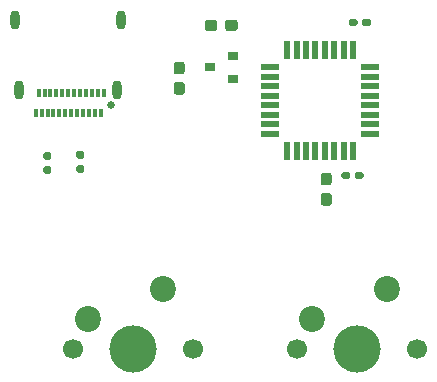
<source format=gbr>
%TF.GenerationSoftware,KiCad,Pcbnew,(5.1.10)-1*%
%TF.CreationDate,2021-07-17T22:11:59-07:00*%
%TF.ProjectId,twokey,74776f6b-6579-42e6-9b69-6361645f7063,rev?*%
%TF.SameCoordinates,Original*%
%TF.FileFunction,Soldermask,Top*%
%TF.FilePolarity,Negative*%
%FSLAX46Y46*%
G04 Gerber Fmt 4.6, Leading zero omitted, Abs format (unit mm)*
G04 Created by KiCad (PCBNEW (5.1.10)-1) date 2021-07-17 22:11:59*
%MOMM*%
%LPD*%
G01*
G04 APERTURE LIST*
%ADD10C,2.200000*%
%ADD11C,4.000000*%
%ADD12C,1.700000*%
%ADD13R,1.600000X0.550000*%
%ADD14R,0.550000X1.600000*%
%ADD15R,0.300000X0.700000*%
%ADD16C,0.650000*%
%ADD17O,0.800000X1.600000*%
%ADD18R,0.900000X0.800000*%
G04 APERTURE END LIST*
D10*
%TO.C,SW1*%
X134500000Y-112000000D03*
X128150000Y-114540000D03*
D11*
X131960000Y-117080000D03*
D12*
X126880000Y-117080000D03*
X137040000Y-117080000D03*
%TD*%
D13*
%TO.C,U1*%
X152078000Y-98812000D03*
X152078000Y-98012000D03*
X152078000Y-97212000D03*
X152078000Y-96412000D03*
X152078000Y-95612000D03*
X152078000Y-94812000D03*
X152078000Y-94012000D03*
X152078000Y-93212000D03*
D14*
X150628000Y-91762000D03*
X149828000Y-91762000D03*
X149028000Y-91762000D03*
X148228000Y-91762000D03*
X147428000Y-91762000D03*
X146628000Y-91762000D03*
X145828000Y-91762000D03*
X145028000Y-91762000D03*
D13*
X143578000Y-93212000D03*
X143578000Y-94012000D03*
X143578000Y-94812000D03*
X143578000Y-95612000D03*
X143578000Y-96412000D03*
X143578000Y-97212000D03*
X143578000Y-98012000D03*
X143578000Y-98812000D03*
D14*
X145028000Y-100262000D03*
X145828000Y-100262000D03*
X146628000Y-100262000D03*
X147428000Y-100262000D03*
X148228000Y-100262000D03*
X149028000Y-100262000D03*
X149828000Y-100262000D03*
X150628000Y-100262000D03*
%TD*%
%TO.C,C1*%
G36*
G01*
X148098500Y-102131500D02*
X148573500Y-102131500D01*
G75*
G02*
X148811000Y-102369000I0J-237500D01*
G01*
X148811000Y-102969000D01*
G75*
G02*
X148573500Y-103206500I-237500J0D01*
G01*
X148098500Y-103206500D01*
G75*
G02*
X147861000Y-102969000I0J237500D01*
G01*
X147861000Y-102369000D01*
G75*
G02*
X148098500Y-102131500I237500J0D01*
G01*
G37*
G36*
G01*
X148098500Y-103856500D02*
X148573500Y-103856500D01*
G75*
G02*
X148811000Y-104094000I0J-237500D01*
G01*
X148811000Y-104694000D01*
G75*
G02*
X148573500Y-104931500I-237500J0D01*
G01*
X148098500Y-104931500D01*
G75*
G02*
X147861000Y-104694000I0J237500D01*
G01*
X147861000Y-104094000D01*
G75*
G02*
X148098500Y-103856500I237500J0D01*
G01*
G37*
%TD*%
%TO.C,C2*%
G36*
G01*
X149627500Y-102517000D02*
X149627500Y-102207000D01*
G75*
G02*
X149782500Y-102052000I155000J0D01*
G01*
X150207500Y-102052000D01*
G75*
G02*
X150362500Y-102207000I0J-155000D01*
G01*
X150362500Y-102517000D01*
G75*
G02*
X150207500Y-102672000I-155000J0D01*
G01*
X149782500Y-102672000D01*
G75*
G02*
X149627500Y-102517000I0J155000D01*
G01*
G37*
G36*
G01*
X150762500Y-102517000D02*
X150762500Y-102207000D01*
G75*
G02*
X150917500Y-102052000I155000J0D01*
G01*
X151342500Y-102052000D01*
G75*
G02*
X151497500Y-102207000I0J-155000D01*
G01*
X151497500Y-102517000D01*
G75*
G02*
X151342500Y-102672000I-155000J0D01*
G01*
X150917500Y-102672000D01*
G75*
G02*
X150762500Y-102517000I0J155000D01*
G01*
G37*
%TD*%
%TO.C,C3*%
G36*
G01*
X151389500Y-89563000D02*
X151389500Y-89253000D01*
G75*
G02*
X151544500Y-89098000I155000J0D01*
G01*
X151969500Y-89098000D01*
G75*
G02*
X152124500Y-89253000I0J-155000D01*
G01*
X152124500Y-89563000D01*
G75*
G02*
X151969500Y-89718000I-155000J0D01*
G01*
X151544500Y-89718000D01*
G75*
G02*
X151389500Y-89563000I0J155000D01*
G01*
G37*
G36*
G01*
X150254500Y-89563000D02*
X150254500Y-89253000D01*
G75*
G02*
X150409500Y-89098000I155000J0D01*
G01*
X150834500Y-89098000D01*
G75*
G02*
X150989500Y-89253000I0J-155000D01*
G01*
X150989500Y-89563000D01*
G75*
G02*
X150834500Y-89718000I-155000J0D01*
G01*
X150409500Y-89718000D01*
G75*
G02*
X150254500Y-89563000I0J155000D01*
G01*
G37*
%TD*%
%TO.C,C4*%
G36*
G01*
X135652500Y-92733500D02*
X136127500Y-92733500D01*
G75*
G02*
X136365000Y-92971000I0J-237500D01*
G01*
X136365000Y-93571000D01*
G75*
G02*
X136127500Y-93808500I-237500J0D01*
G01*
X135652500Y-93808500D01*
G75*
G02*
X135415000Y-93571000I0J237500D01*
G01*
X135415000Y-92971000D01*
G75*
G02*
X135652500Y-92733500I237500J0D01*
G01*
G37*
G36*
G01*
X135652500Y-94458500D02*
X136127500Y-94458500D01*
G75*
G02*
X136365000Y-94696000I0J-237500D01*
G01*
X136365000Y-95296000D01*
G75*
G02*
X136127500Y-95533500I-237500J0D01*
G01*
X135652500Y-95533500D01*
G75*
G02*
X135415000Y-95296000I0J237500D01*
G01*
X135415000Y-94696000D01*
G75*
G02*
X135652500Y-94458500I237500J0D01*
G01*
G37*
%TD*%
%TO.C,C5*%
G36*
G01*
X139121000Y-89424500D02*
X139121000Y-89899500D01*
G75*
G02*
X138883500Y-90137000I-237500J0D01*
G01*
X138283500Y-90137000D01*
G75*
G02*
X138046000Y-89899500I0J237500D01*
G01*
X138046000Y-89424500D01*
G75*
G02*
X138283500Y-89187000I237500J0D01*
G01*
X138883500Y-89187000D01*
G75*
G02*
X139121000Y-89424500I0J-237500D01*
G01*
G37*
G36*
G01*
X140846000Y-89424500D02*
X140846000Y-89899500D01*
G75*
G02*
X140608500Y-90137000I-237500J0D01*
G01*
X140008500Y-90137000D01*
G75*
G02*
X139771000Y-89899500I0J237500D01*
G01*
X139771000Y-89424500D01*
G75*
G02*
X140008500Y-89187000I237500J0D01*
G01*
X140608500Y-89187000D01*
G75*
G02*
X140846000Y-89424500I0J-237500D01*
G01*
G37*
%TD*%
D15*
%TO.C,J1*%
X129242000Y-97053000D03*
X128742000Y-97053000D03*
X128242000Y-97053000D03*
X127742000Y-97053000D03*
X127242000Y-97053000D03*
X126742000Y-97053000D03*
X126242000Y-97053000D03*
X125742000Y-97053000D03*
X125242000Y-97053000D03*
X124742000Y-97053000D03*
X124242000Y-97053000D03*
X123742000Y-97053000D03*
X123992000Y-95353000D03*
X124492000Y-95353000D03*
X124992000Y-95353000D03*
X125492000Y-95353000D03*
X125992000Y-95353000D03*
X126492000Y-95353000D03*
X126992000Y-95353000D03*
X127492000Y-95353000D03*
X127992000Y-95353000D03*
X128492000Y-95353000D03*
X128992000Y-95353000D03*
X129492000Y-95353000D03*
D16*
X130092000Y-96393000D03*
D17*
X130622000Y-95143000D03*
X122362000Y-95143000D03*
X122002000Y-89193000D03*
X130982000Y-89193000D03*
%TD*%
%TO.C,R1*%
G36*
G01*
X127348000Y-101459000D02*
X127668000Y-101459000D01*
G75*
G02*
X127828000Y-101619000I0J-160000D01*
G01*
X127828000Y-102014000D01*
G75*
G02*
X127668000Y-102174000I-160000J0D01*
G01*
X127348000Y-102174000D01*
G75*
G02*
X127188000Y-102014000I0J160000D01*
G01*
X127188000Y-101619000D01*
G75*
G02*
X127348000Y-101459000I160000J0D01*
G01*
G37*
G36*
G01*
X127348000Y-100264000D02*
X127668000Y-100264000D01*
G75*
G02*
X127828000Y-100424000I0J-160000D01*
G01*
X127828000Y-100819000D01*
G75*
G02*
X127668000Y-100979000I-160000J0D01*
G01*
X127348000Y-100979000D01*
G75*
G02*
X127188000Y-100819000I0J160000D01*
G01*
X127188000Y-100424000D01*
G75*
G02*
X127348000Y-100264000I160000J0D01*
G01*
G37*
%TD*%
%TO.C,R2*%
G36*
G01*
X124554000Y-100353500D02*
X124874000Y-100353500D01*
G75*
G02*
X125034000Y-100513500I0J-160000D01*
G01*
X125034000Y-100908500D01*
G75*
G02*
X124874000Y-101068500I-160000J0D01*
G01*
X124554000Y-101068500D01*
G75*
G02*
X124394000Y-100908500I0J160000D01*
G01*
X124394000Y-100513500D01*
G75*
G02*
X124554000Y-100353500I160000J0D01*
G01*
G37*
G36*
G01*
X124554000Y-101548500D02*
X124874000Y-101548500D01*
G75*
G02*
X125034000Y-101708500I0J-160000D01*
G01*
X125034000Y-102103500D01*
G75*
G02*
X124874000Y-102263500I-160000J0D01*
G01*
X124554000Y-102263500D01*
G75*
G02*
X124394000Y-102103500I0J160000D01*
G01*
X124394000Y-101708500D01*
G75*
G02*
X124554000Y-101548500I160000J0D01*
G01*
G37*
%TD*%
D18*
%TO.C,U2*%
X140462000Y-94168000D03*
X140462000Y-92268000D03*
X138462000Y-93218000D03*
%TD*%
D12*
%TO.C,SW2*%
X156040000Y-117080000D03*
X145880000Y-117080000D03*
D11*
X150960000Y-117080000D03*
D10*
X147150000Y-114540000D03*
X153500000Y-112000000D03*
%TD*%
M02*

</source>
